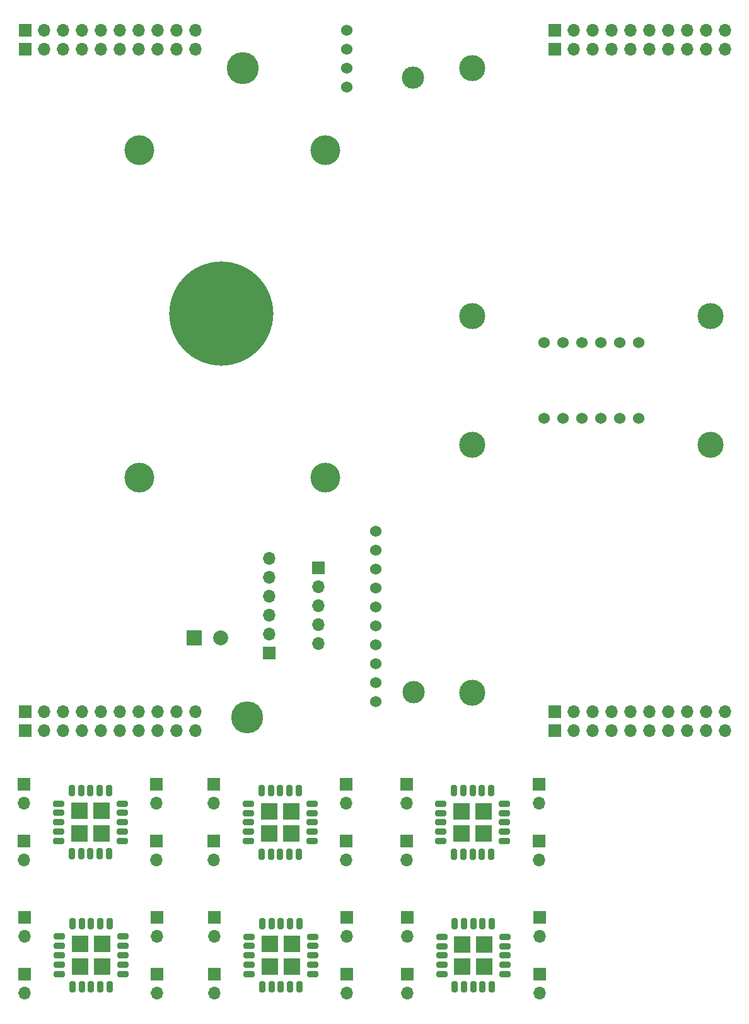
<source format=gbr>
%TF.GenerationSoftware,KiCad,Pcbnew,6.0.7-f9a2dced07~116~ubuntu20.04.1*%
%TF.CreationDate,2022-10-31T15:29:47+01:00*%
%TF.ProjectId,av_citynode_hw,61765f63-6974-4796-9e6f-64655f68772e,rev?*%
%TF.SameCoordinates,Original*%
%TF.FileFunction,Soldermask,Top*%
%TF.FilePolarity,Negative*%
%FSLAX46Y46*%
G04 Gerber Fmt 4.6, Leading zero omitted, Abs format (unit mm)*
G04 Created by KiCad (PCBNEW 6.0.7-f9a2dced07~116~ubuntu20.04.1) date 2022-10-31 15:29:47*
%MOMM*%
%LPD*%
G01*
G04 APERTURE LIST*
G04 Aperture macros list*
%AMRoundRect*
0 Rectangle with rounded corners*
0 $1 Rounding radius*
0 $2 $3 $4 $5 $6 $7 $8 $9 X,Y pos of 4 corners*
0 Add a 4 corners polygon primitive as box body*
4,1,4,$2,$3,$4,$5,$6,$7,$8,$9,$2,$3,0*
0 Add four circle primitives for the rounded corners*
1,1,$1+$1,$2,$3*
1,1,$1+$1,$4,$5*
1,1,$1+$1,$6,$7*
1,1,$1+$1,$8,$9*
0 Add four rect primitives between the rounded corners*
20,1,$1+$1,$2,$3,$4,$5,0*
20,1,$1+$1,$4,$5,$6,$7,0*
20,1,$1+$1,$6,$7,$8,$9,0*
20,1,$1+$1,$8,$9,$2,$3,0*%
G04 Aperture macros list end*
%ADD10RoundRect,0.200000X-0.550000X-0.200000X0.550000X-0.200000X0.550000X0.200000X-0.550000X0.200000X0*%
%ADD11RoundRect,0.200000X-0.200000X0.550000X-0.200000X-0.550000X0.200000X-0.550000X0.200000X0.550000X0*%
%ADD12RoundRect,0.200000X0.550000X0.200000X-0.550000X0.200000X-0.550000X-0.200000X0.550000X-0.200000X0*%
%ADD13RoundRect,0.200000X0.200000X-0.550000X0.200000X0.550000X-0.200000X0.550000X-0.200000X-0.550000X0*%
%ADD14R,2.300000X2.300000*%
%ADD15O,1.700000X1.700000*%
%ADD16R,1.700000X1.700000*%
%ADD17C,4.300000*%
%ADD18C,2.000000*%
%ADD19R,2.000000X2.000000*%
%ADD20C,1.524000*%
%ADD21C,3.500000*%
%ADD22C,4.000000*%
%ADD23C,14.000000*%
%ADD24C,3.000000*%
G04 APERTURE END LIST*
D10*
%TO.C,U1*%
X209778000Y133171000D03*
X209778000Y131921000D03*
X209778000Y130671000D03*
X209778000Y129421000D03*
X209778000Y128171000D03*
D11*
X211528000Y126421000D03*
X212778000Y126421000D03*
X214028000Y126421000D03*
X215278000Y126421000D03*
X216528000Y126421000D03*
D12*
X218278000Y128171000D03*
X218278000Y129421000D03*
X218278000Y130671000D03*
X218278000Y131921000D03*
X218278000Y133171000D03*
D13*
X216528000Y134921000D03*
X215278000Y134921000D03*
X214028000Y134921000D03*
X212778000Y134921000D03*
X211528000Y134921000D03*
D14*
X212528000Y129171000D03*
X215528000Y129171000D03*
X215528000Y132171000D03*
X212528000Y132171000D03*
%TD*%
D10*
%TO.C,U1*%
X235358500Y115308500D03*
X235358500Y114058500D03*
X235358500Y112808500D03*
X235358500Y111558500D03*
X235358500Y110308500D03*
D11*
X237108500Y108558500D03*
X238358500Y108558500D03*
X239608500Y108558500D03*
X240858500Y108558500D03*
X242108500Y108558500D03*
D12*
X243858500Y110308500D03*
X243858500Y111558500D03*
X243858500Y112808500D03*
X243858500Y114058500D03*
X243858500Y115308500D03*
D13*
X242108500Y117058500D03*
X240858500Y117058500D03*
X239608500Y117058500D03*
X238358500Y117058500D03*
X237108500Y117058500D03*
D14*
X238108500Y111308500D03*
X241108500Y111308500D03*
X241108500Y114308500D03*
X238108500Y114308500D03*
%TD*%
D10*
%TO.C,U1*%
X209872000Y115322000D03*
X209872000Y114072000D03*
X209872000Y112822000D03*
X209872000Y111572000D03*
X209872000Y110322000D03*
D11*
X211622000Y108572000D03*
X212872000Y108572000D03*
X214122000Y108572000D03*
X215372000Y108572000D03*
X216622000Y108572000D03*
D12*
X218372000Y110322000D03*
X218372000Y111572000D03*
X218372000Y112822000D03*
X218372000Y114072000D03*
X218372000Y115322000D03*
D13*
X216622000Y117072000D03*
X215372000Y117072000D03*
X214122000Y117072000D03*
X212872000Y117072000D03*
X211622000Y117072000D03*
D14*
X212622000Y111322000D03*
X215622000Y111322000D03*
X215622000Y114322000D03*
X212622000Y114322000D03*
%TD*%
D15*
%TO.C,J3*%
X299224000Y234376000D03*
X296684000Y234376000D03*
X294144000Y234376000D03*
X291604000Y234376000D03*
X289064000Y234376000D03*
X286524000Y234376000D03*
X283984000Y234376000D03*
X281444000Y234376000D03*
X278904000Y234376000D03*
D16*
X276364000Y234376000D03*
%TD*%
D15*
%TO.C,J22*%
X228104000Y236916000D03*
X225564000Y236916000D03*
X223024000Y236916000D03*
X220484000Y236916000D03*
X217944000Y236916000D03*
X215404000Y236916000D03*
X212864000Y236916000D03*
X210324000Y236916000D03*
X207784000Y236916000D03*
D16*
X205244000Y236916000D03*
%TD*%
D10*
%TO.C,U1*%
X261110500Y133146500D03*
X261110500Y131896500D03*
X261110500Y130646500D03*
X261110500Y129396500D03*
X261110500Y128146500D03*
D11*
X262860500Y126396500D03*
X264110500Y126396500D03*
X265360500Y126396500D03*
X266610500Y126396500D03*
X267860500Y126396500D03*
D12*
X269610500Y128146500D03*
X269610500Y129396500D03*
X269610500Y130646500D03*
X269610500Y131896500D03*
X269610500Y133146500D03*
D13*
X267860500Y134896500D03*
X266610500Y134896500D03*
X265360500Y134896500D03*
X264110500Y134896500D03*
X262860500Y134896500D03*
D14*
X263860500Y129146500D03*
X266860500Y129146500D03*
X266860500Y132146500D03*
X263860500Y132146500D03*
%TD*%
D15*
%TO.C,J24*%
X228104000Y142936000D03*
X225564000Y142936000D03*
X223024000Y142936000D03*
X220484000Y142936000D03*
X217944000Y142936000D03*
X215404000Y142936000D03*
X212864000Y142936000D03*
X210324000Y142936000D03*
X207784000Y142936000D03*
D16*
X205244000Y142936000D03*
%TD*%
D17*
%TO.C,H1*%
X234454000Y231836000D03*
%TD*%
%TO.C,H2*%
X235089000Y144714000D03*
%TD*%
D10*
%TO.C,U1*%
X235264500Y133157500D03*
X235264500Y131907500D03*
X235264500Y130657500D03*
X235264500Y129407500D03*
X235264500Y128157500D03*
D11*
X237014500Y126407500D03*
X238264500Y126407500D03*
X239514500Y126407500D03*
X240764500Y126407500D03*
X242014500Y126407500D03*
D12*
X243764500Y128157500D03*
X243764500Y129407500D03*
X243764500Y130657500D03*
X243764500Y131907500D03*
X243764500Y133157500D03*
D13*
X242014500Y134907500D03*
X240764500Y134907500D03*
X239514500Y134907500D03*
X238264500Y134907500D03*
X237014500Y134907500D03*
D14*
X238014500Y129157500D03*
X241014500Y129157500D03*
X241014500Y132157500D03*
X238014500Y132157500D03*
%TD*%
D15*
%TO.C,J21*%
X299224000Y236916000D03*
X296684000Y236916000D03*
X294144000Y236916000D03*
X291604000Y236916000D03*
X289064000Y236916000D03*
X286524000Y236916000D03*
X283984000Y236916000D03*
X281444000Y236916000D03*
X278904000Y236916000D03*
D16*
X276364000Y236916000D03*
%TD*%
D15*
%TO.C,J23*%
X299224000Y142936000D03*
X296684000Y142936000D03*
X294144000Y142936000D03*
X291604000Y142936000D03*
X289064000Y142936000D03*
X286524000Y142936000D03*
X283984000Y142936000D03*
X281444000Y142936000D03*
X278904000Y142936000D03*
D16*
X276364000Y142936000D03*
%TD*%
%TO.C,J3*%
X248404500Y135737500D03*
D15*
X248404500Y133197500D03*
%TD*%
%TO.C,J14*%
X299224000Y145501000D03*
X296684000Y145501000D03*
X294144000Y145501000D03*
X291604000Y145501000D03*
X289064000Y145501000D03*
X286524000Y145501000D03*
X283984000Y145501000D03*
X281444000Y145501000D03*
X278904000Y145501000D03*
D16*
X276364000Y145501000D03*
%TD*%
D15*
%TO.C,J5*%
X228104000Y234376000D03*
X225564000Y234376000D03*
X223024000Y234376000D03*
X220484000Y234376000D03*
X217944000Y234376000D03*
X215404000Y234376000D03*
X212864000Y234376000D03*
X210324000Y234376000D03*
X207784000Y234376000D03*
D16*
X205244000Y234376000D03*
%TD*%
D10*
%TO.C,U1*%
X261204500Y115297500D03*
X261204500Y114047500D03*
X261204500Y112797500D03*
X261204500Y111547500D03*
X261204500Y110297500D03*
D11*
X262954500Y108547500D03*
X264204500Y108547500D03*
X265454500Y108547500D03*
X266704500Y108547500D03*
X267954500Y108547500D03*
D12*
X269704500Y110297500D03*
X269704500Y111547500D03*
X269704500Y112797500D03*
X269704500Y114047500D03*
X269704500Y115297500D03*
D13*
X267954500Y117047500D03*
X266704500Y117047500D03*
X265454500Y117047500D03*
X264204500Y117047500D03*
X262954500Y117047500D03*
D14*
X263954500Y111297500D03*
X266954500Y111297500D03*
X266954500Y114297500D03*
X263954500Y114297500D03*
%TD*%
D15*
%TO.C,J15*%
X228104000Y145476000D03*
X225564000Y145476000D03*
X223024000Y145476000D03*
X220484000Y145476000D03*
X217944000Y145476000D03*
X215404000Y145476000D03*
X212864000Y145476000D03*
X210324000Y145476000D03*
X207784000Y145476000D03*
D16*
X205244000Y145476000D03*
%TD*%
D18*
%TO.C,C15*%
X231510323Y155382000D03*
D19*
X228010323Y155382000D03*
%TD*%
D16*
%TO.C,J3*%
X274344500Y117877500D03*
D15*
X274344500Y115337500D03*
%TD*%
%TO.C,J13*%
X244614000Y154615000D03*
X244614000Y157155000D03*
X244614000Y159695000D03*
X244614000Y162235000D03*
D16*
X244614000Y164775000D03*
%TD*%
%TO.C,J1*%
X205138000Y128131000D03*
D15*
X205138000Y125591000D03*
%TD*%
D16*
%TO.C,J4*%
X222918000Y128131000D03*
D15*
X222918000Y125591000D03*
%TD*%
D16*
%TO.C,J4*%
X223012000Y110282000D03*
D15*
X223012000Y107742000D03*
%TD*%
D16*
%TO.C,J1*%
X205232000Y110282000D03*
D15*
X205232000Y107742000D03*
%TD*%
D20*
%TO.C,AFE1*%
X274967000Y195006000D03*
X277507000Y195006000D03*
X280047000Y195006000D03*
X282587000Y195006000D03*
X285127000Y195006000D03*
X287667000Y195006000D03*
D21*
X265315000Y231836000D03*
X265315000Y198562000D03*
X297319000Y198562000D03*
%TD*%
D16*
%TO.C,J4*%
X274344500Y110257500D03*
D15*
X274344500Y107717500D03*
%TD*%
D16*
%TO.C,J3*%
X248498500Y117888500D03*
D15*
X248498500Y115348500D03*
%TD*%
D16*
%TO.C,J4*%
X274250500Y128106500D03*
D15*
X274250500Y125566500D03*
%TD*%
D16*
%TO.C,J1*%
X230718500Y110268500D03*
D15*
X230718500Y107728500D03*
%TD*%
D22*
%TO.C,U12*%
X245608000Y220894000D03*
X220608000Y220894000D03*
X245608000Y176894000D03*
X220608000Y176894000D03*
D23*
X231608000Y198894000D03*
%TD*%
D16*
%TO.C,J1*%
X256470500Y128106500D03*
D15*
X256470500Y125566500D03*
%TD*%
D16*
%TO.C,J1*%
X256564500Y110257500D03*
D15*
X256564500Y107717500D03*
%TD*%
D16*
%TO.C,J2*%
X230624500Y135737500D03*
D15*
X230624500Y133197500D03*
%TD*%
D20*
%TO.C,AFE2*%
X287667000Y184846000D03*
X285127000Y184846000D03*
X282587000Y184846000D03*
X280047000Y184846000D03*
X277507000Y184846000D03*
X274967000Y184846000D03*
D21*
X265315000Y181290000D03*
X265315000Y148016000D03*
X297319000Y181290000D03*
%TD*%
D20*
%TO.C,U11*%
X252369000Y169733000D03*
X252369000Y167193000D03*
X252369000Y164653000D03*
X252369000Y162113000D03*
X252369000Y159573000D03*
X252369000Y157033000D03*
X252369000Y154493000D03*
X252369000Y151953000D03*
X252369000Y149413000D03*
X252369000Y146873000D03*
D24*
X257449000Y148143000D03*
%TD*%
D16*
%TO.C,J3*%
X222918000Y135751000D03*
D15*
X222918000Y133211000D03*
%TD*%
D16*
%TO.C,J3*%
X274250500Y135726500D03*
D15*
X274250500Y133186500D03*
%TD*%
D16*
%TO.C,J2*%
X205138000Y135751000D03*
D15*
X205138000Y133211000D03*
%TD*%
D16*
%TO.C,J2*%
X256470500Y135726500D03*
D15*
X256470500Y133186500D03*
%TD*%
D16*
%TO.C,J3*%
X223012000Y117902000D03*
D15*
X223012000Y115362000D03*
%TD*%
D20*
%TO.C,U10*%
X248424000Y236916000D03*
X248424000Y234376000D03*
X248424000Y231836000D03*
X248424000Y229296000D03*
D24*
X257314000Y230566000D03*
%TD*%
D16*
%TO.C,J2*%
X205232000Y117902000D03*
D15*
X205232000Y115362000D03*
%TD*%
D16*
%TO.C,J2*%
X230718500Y117888500D03*
D15*
X230718500Y115348500D03*
%TD*%
D16*
%TO.C,J2*%
X256564500Y117877500D03*
D15*
X256564500Y115337500D03*
%TD*%
D16*
%TO.C,J4*%
X248498500Y110268500D03*
D15*
X248498500Y107728500D03*
%TD*%
D16*
%TO.C,J4*%
X248404500Y128117500D03*
D15*
X248404500Y125577500D03*
%TD*%
%TO.C,J20*%
X238010000Y166050000D03*
X238010000Y163510000D03*
X238010000Y160970000D03*
X238010000Y158430000D03*
X238010000Y155890000D03*
D16*
X238010000Y153350000D03*
%TD*%
%TO.C,J1*%
X230624500Y128117500D03*
D15*
X230624500Y125577500D03*
%TD*%
M02*

</source>
